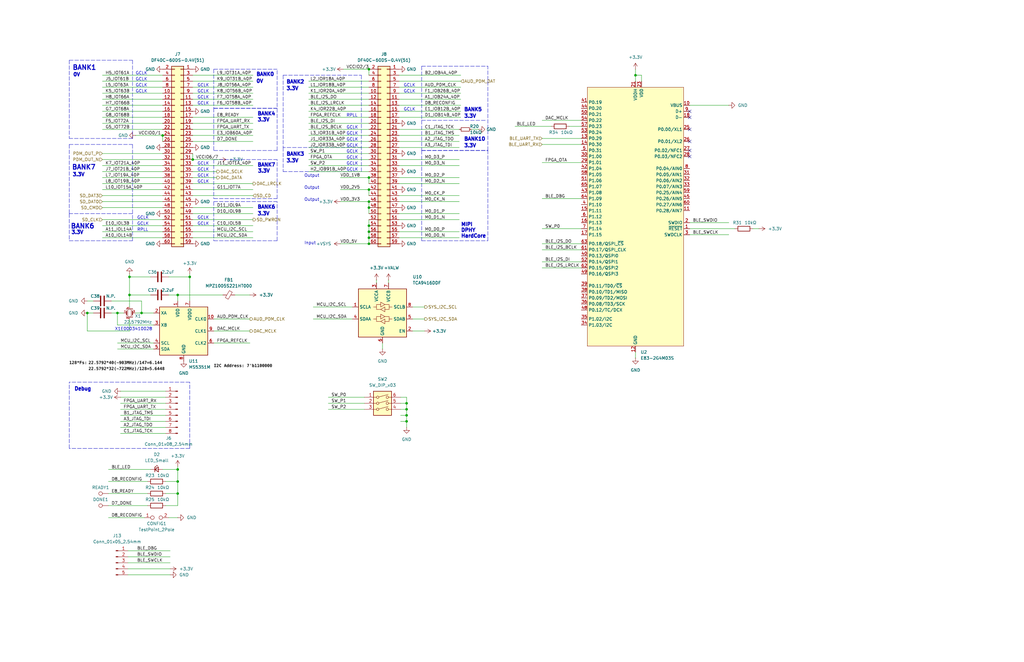
<source format=kicad_sch>
(kicad_sch (version 20250114) (generator "eeschema") (generator_version "9.0")
  (paper "B")
  (text "GCLK" (at 83.185 92.71 0) (effects (font (size 1.27 1.27)) (justify left bottom)))
  (text "GCLK" (at 146.05 62.23 0) (effects (font (size 1.27 1.27)) (justify left bottom)))
  (text "GCLK" (at 146.05 69.85 0) (effects (font (size 1.27 1.27)) (justify left bottom)))
  (text "BANK6" (at 29.718 96.774 0) (effects (font (size 2 2) (thickness 0.4) (bold yes)) (justify left bottom)))
  (text "GCLK" (at 83.185 77.47 0) (effects (font (size 1.27 1.27)) (justify left bottom)))
  (text "RPLL" (at 146.05 49.53 0) (effects (font (size 1.27 1.27)) (justify left bottom)))
  (text "BANK2" (at 120.65 35.56 0) (effects (font (size 1.5 1.5) (thickness 0.4) (bold yes)) (justify left bottom)))
  (text "22.5792*32(~722MHz)/128=5.6448" (at 37.338 156.21 0) (effects (font (size 1.27 1.27) (thickness 0.508) (bold yes)) (justify left)))
  (text "Debug" (at 31.242 165.1 0) (effects (font (size 1.5 1.5) (thickness 0.4) (bold yes)) (justify left bottom)))
  (text "GCLK" (at 57.15 36.83 0) (effects (font (size 1.27 1.27)) (justify left bottom)))
  (text "3.3V" (at 195.58 50.038 0) (effects (font (size 1.5 1.5) (thickness 0.4) (bold yes)) (justify left bottom)))
  (text "GCLK" (at 83.185 36.83 0) (effects (font (size 1.27 1.27)) (justify left bottom)))
  (text "3.3V" (at 108.458 51.562 0) (effects (font (size 1.5 1.5) (thickness 0.4) (bold yes)) (justify left bottom)))
  (text "BANK10" (at 195.58 59.69 0) (effects (font (size 1.5 1.5) (thickness 0.4) (bold yes)) (justify left bottom)))
  (text "MIPI\nDPHY\nHardCore" (at 194.31 100.584 0) (effects (font (size 1.5 1.5) (thickness 0.4) (bold yes)) (justify left bottom)))
  (text "GCLK" (at 146.05 72.39 0) (effects (font (size 1.27 1.27)) (justify left bottom)))
  (text "BANK4" (at 108.458 49.022 0) (effects (font (size 1.5 1.5) (thickness 0.4) (bold yes)) (justify left bottom)))
  (text "BANK5" (at 195.58 47.244 0) (effects (font (size 1.5 1.5) (thickness 0.4) (bold yes)) (justify left bottom)))
  (text "GCLK" (at 57.15 39.37 0) (effects (font (size 1.27 1.27)) (justify left bottom)))
  (text "GCLK" (at 170.18 46.99 0) (effects (font (size 1.27 1.27)) (justify left bottom)))
  (text "X1E0003410028" (at 64.262 138.938 0) (effects (font (size 1.27 1.27)) (justify right)))
  (text "GCLK" (at 146.05 59.69 0) (effects (font (size 1.27 1.27)) (justify left bottom)))
  (text "GCLK" (at 170.18 39.37 0) (effects (font (size 1.27 1.27)) (justify left bottom)))
  (text "GCLK" (at 146.05 67.31 0) (effects (font (size 1.27 1.27)) (justify left bottom)))
  (text "Input" (at 128.27 103.378 0) (effects (font (size 1.27 1.27)) (justify left bottom)))
  (text "Output" (at 128.27 85.09 0) (effects (font (size 1.27 1.27)) (justify left bottom)))
  (text "GCLK" (at 83.185 44.45 0) (effects (font (size 1.27 1.27)) (justify left bottom)))
  (text "GCLK" (at 57.785 95.25 0) (effects (font (size 1.27 1.27)) (justify left bottom)))
  (text "BANK7" (at 30.226 71.882 0) (effects (font (size 2 2) (thickness 0.4) (bold yes)) (justify left bottom)))
  (text "GCLK" (at 170.18 36.83 0) (effects (font (size 1.27 1.27)) (justify left bottom)))
  (text "3.3V" (at 108.585 73.152 0) (effects (font (size 1.5 1.5) (thickness 0.4) (bold yes)) (justify left bottom)))
  (text "I2C Address: 7'b1100000" (at 90.17 154.94 0) (effects (font (size 1.27 1.27) (thickness 0.508) (bold yes)) (justify left)))
  (text "3.3V" (at 108.458 91.186 0) (effects (font (size 1.5 1.5) (thickness 0.4) (bold yes)) (justify left bottom)))
  (text "GCLK" (at 57.15 31.75 0) (effects (font (size 1.27 1.27)) (justify left bottom)))
  (text "Output" (at 128.27 80.01 0) (effects (font (size 1.27 1.27)) (justify left bottom)))
  (text "RPLL" (at 57.785 97.79 0) (effects (font (size 1.27 1.27)) (justify left bottom)))
  (text "128*Fs:" (at 29.21 153.67 0) (effects (font (size 1.27 1.27) (thickness 0.508) (bold yes)) (justify left)))
  (text "GCLK" (at 83.185 74.93 0) (effects (font (size 1.27 1.27)) (justify left bottom)))
  (text "3.3V" (at 195.58 62.484 0) (effects (font (size 1.5 1.5) (thickness 0.4) (bold yes)) (justify left bottom)))
  (text "0V" (at 30.734 32.512 0) (effects (font (size 1.5 1.5) (thickness 0.4) (bold yes)) (justify left bottom)))
  (text "3.3V" (at 120.65 38.354 0) (effects (font (size 1.5 1.5) (thickness 0.4) (bold yes)) (justify left bottom)))
  (text "GCLK" (at 57.785 92.71 0) (effects (font (size 1.27 1.27)) (justify left bottom)))
  (text "GCLK" (at 57.15 34.29 0) (effects (font (size 1.27 1.27)) (justify left bottom)))
  (text "GCLK" (at 146.05 57.15 0) (effects (font (size 1.27 1.27)) (justify left bottom)))
  (text "GCLK" (at 83.185 69.85 0) (effects (font (size 1.27 1.27)) (justify left bottom)))
  (text "GCLK" (at 146.05 64.77 0) (effects (font (size 1.27 1.27)) (justify left bottom)))
  (text "BANK1" (at 30.48 29.845 0) (effects (font (size 2 2) (thickness 0.4) (bold yes)) (justify left bottom)))
  (text "22.5792*40(~903MHz)/147=6.144" (at 37.338 153.67 0) (effects (font (size 1.27 1.27) (thickness 0.508) (bold yes)) (justify left)))
  (text "GCLK" (at 83.185 39.37 0) (effects (font (size 1.27 1.27)) (justify left bottom)))
  (text "BANK7" (at 108.458 70.612 0) (effects (font (size 1.5 1.5) (thickness 0.4) (bold yes)) (justify left bottom)))
  (text "3.3V" (at 30.48 74.676 0) (effects (font (size 1.5 1.5) (thickness 0.4) (bold yes)) (justify left bottom)))
  (text "BANK3" (at 120.65 66.04 0) (effects (font (size 1.5 1.5) (thickness 0.4) (bold yes)) (justify left bottom)))
  (text "3.3V" (at 29.972 99.06 0) (effects (font (size 1.5 1.5) (thickness 0.4) (bold yes)) (justify left bottom)))
  (text "GCLK" (at 83.185 41.91 0) (effects (font (size 1.27 1.27)) (justify left bottom)))
  (text "BANK6" (at 108.458 88.392 0) (effects (font (size 1.5 1.5) (thickness 0.4) (bold yes)) (justify left bottom)))
  (text "Output" (at 128.27 74.93 0) (effects (font (size 1.27 1.27)) (justify left bottom)))
  (text "3.3V" (at 120.65 68.834 0) (effects (font (size 1.5 1.5) (thickness 0.4) (bold yes)) (justify left bottom)))
  (text "GCLK" (at 83.185 95.25 0) (effects (font (size 1.27 1.27)) (justify left bottom)))
  (text "BANK0" (at 107.95 32.385 0) (effects (font (size 1.5 1.5) (thickness 0.4) (bold yes)) (justify left bottom)))
  (text "GCLK" (at 83.185 72.39 0) (effects (font (size 1.27 1.27)) (justify left bottom)))
  (text "GCLK" (at 146.05 54.61 0) (effects (font (size 1.27 1.27)) (justify left bottom)))
  (text "0V" (at 107.95 35.306 0) (effects (font (size 1.5 1.5) (thickness 0.4) (bold yes)) (justify left bottom)))
  (junction (at 171.45 172.72))
  (junction (at 171.45 170.18))
  (junction (at 155.575 80.01))
  (junction (at 54.61 124.46))
  (junction (at 74.93 124.46))
  (junction (at 155.575 87.63))
  (junction (at 155.575 85.09))
  (junction (at 155.575 29.21))
  (junction (at 54.61 116.84))
  (junction (at 68.58 57.15))
  (junction (at 155.575 102.87))
  (junction (at 74.93 208.28))
  (junction (at 171.45 175.26))
  (junction (at 155.575 100.33))
  (junction (at 171.45 177.8))
  (junction (at 81.28 67.31))
  (junction (at 59.69 132.08))
  (junction (at 155.575 74.93))
  (junction (at 74.93 203.2))
  (junction (at 155.575 95.25))
  (junction (at 80.01 116.84))
  (junction (at 74.93 198.12))
  (junction (at 49.53 132.08))
  (junction (at 36.83 132.08))
  (junction (at 267.97 31.75))
  (junction (at 155.575 97.79))
  (no_connect (at 290.83 59.69))
  (no_connect (at 290.83 66.04))
  (no_connect (at 290.83 46.99))
  (no_connect (at 290.83 54.61))
  (no_connect (at 290.83 63.5))
  (no_connect (at 290.83 49.53))
  (wire (pts (xy 46.99 132.08) (xy 49.53 132.08)))
  (wire (pts (xy 168.91 170.18) (xy 171.45 170.18)))
  (wire (pts (xy 81.28 54.61) (xy 106.68 54.61)))
  (wire (pts (xy 168.91 172.72) (xy 171.45 172.72)))
  (wire (pts (xy 74.93 124.46) (xy 93.98 124.46)))
  (wire (pts (xy 43.18 92.71) (xy 68.58 92.71)))
  (wire (pts (xy 45.72 203.2) (xy 62.23 203.2)))
  (wire (pts (xy 228.6 60.96) (xy 245.11 60.96)))
  (wire (pts (xy 158.75 118.11) (xy 158.75 119.38)))
  (wire (pts (xy 290.83 93.98) (xy 307.34 93.98)))
  (polyline (pts (xy 90.17 45.72) (xy 116.84 45.72)) (stroke (width 0) (type dash)))
  (wire (pts (xy 130.175 62.23) (xy 155.575 62.23)))
  (wire (pts (xy 69.85 208.28) (xy 74.93 208.28)))
  (wire (pts (xy 53.975 237.49) (xy 71.755 237.49)))
  (wire (pts (xy 267.97 31.75) (xy 267.97 34.29)))
  (wire (pts (xy 36.83 127) (xy 39.37 127)))
  (wire (pts (xy 168.275 97.79) (xy 193.675 97.79)))
  (wire (pts (xy 54.61 139.7) (xy 36.83 139.7)))
  (wire (pts (xy 168.275 69.85) (xy 193.675 69.85)))
  (wire (pts (xy 71.755 240.03) (xy 53.975 240.03)))
  (wire (pts (xy 168.275 100.33) (xy 193.675 100.33)))
  (wire (pts (xy 43.18 100.33) (xy 68.58 100.33)))
  (wire (pts (xy 50.8 180.34) (xy 69.85 180.34)))
  (polyline (pts (xy 29.21 189.23) (xy 29.21 161.29)) (stroke (width 0) (type dash)))
  (wire (pts (xy 81.28 44.45) (xy 106.68 44.45)))
  (polyline (pts (xy 55.88 60.96) (xy 55.88 90.17)) (stroke (width 0) (type dash)))
  (wire (pts (xy 81.28 74.93) (xy 91.44 74.93)))
  (polyline (pts (xy 177.8 63.5) (xy 205.74 63.5)) (stroke (width 0) (type dash)))
  (polyline (pts (xy 116.84 63.5) (xy 116.84 45.72)) (stroke (width 0) (type dash)))
  (polyline (pts (xy 55.88 25.4) (xy 55.88 58.42)) (stroke (width 0) (type dash)))
  (wire (pts (xy 81.28 69.85) (xy 106.68 69.85)))
  (wire (pts (xy 153.67 172.72) (xy 138.43 172.72)))
  (wire (pts (xy 155.575 92.71) (xy 155.575 95.25)))
  (wire (pts (xy 43.18 80.01) (xy 68.58 80.01)))
  (wire (pts (xy 194.31 49.53) (xy 168.275 49.53)))
  (wire (pts (xy 228.6 96.52) (xy 245.11 96.52)))
  (wire (pts (xy 49.53 132.08) (xy 52.07 132.08)))
  (wire (pts (xy 54.61 124.46) (xy 54.61 129.54)))
  (wire (pts (xy 155.575 100.33) (xy 155.575 102.87)))
  (wire (pts (xy 59.69 127) (xy 59.69 132.08)))
  (wire (pts (xy 168.91 167.64) (xy 171.45 167.64)))
  (wire (pts (xy 168.91 177.8) (xy 171.45 177.8)))
  (wire (pts (xy 173.99 134.62) (xy 179.07 134.62)))
  (polyline (pts (xy 116.84 45.085) (xy 116.84 29.21)) (stroke (width 0) (type dash)))
  (wire (pts (xy 74.93 213.36) (xy 74.93 208.28)))
  (polyline (pts (xy 119.38 31.75) (xy 119.38 62.23)) (stroke (width 0) (type dash)))
  (wire (pts (xy 57.15 57.15) (xy 68.58 57.15)))
  (wire (pts (xy 46.99 127) (xy 59.69 127)))
  (polyline (pts (xy 90.17 29.21) (xy 90.17 45.72)) (stroke (width 0) (type dash)))
  (wire (pts (xy 168.275 59.69) (xy 193.675 59.69)))
  (wire (pts (xy 71.12 116.84) (xy 80.01 116.84)))
  (wire (pts (xy 240.03 53.34) (xy 245.11 53.34)))
  (wire (pts (xy 50.8 170.18) (xy 69.85 170.18)))
  (polyline (pts (xy 116.84 83.82) (xy 116.84 67.31)) (stroke (width 0) (type dash)))
  (polyline (pts (xy 90.17 45.72) (xy 116.84 45.72)) (stroke (width 0) (type dash)))
  (wire (pts (xy 50.8 172.72) (xy 69.85 172.72)))
  (wire (pts (xy 144.78 29.21) (xy 155.575 29.21)))
  (wire (pts (xy 45.72 198.12) (xy 63.5 198.12)))
  (wire (pts (xy 74.93 208.28) (xy 74.93 203.2)))
  (polyline (pts (xy 29.21 25.4) (xy 29.21 58.42)) (stroke (width 0) (type dash)))
  (wire (pts (xy 153.67 170.18) (xy 138.43 170.18)))
  (wire (pts (xy 43.18 72.39) (xy 68.58 72.39)))
  (wire (pts (xy 143.51 80.01) (xy 155.575 80.01)))
  (wire (pts (xy 270.51 31.75) (xy 270.51 34.29)))
  (wire (pts (xy 71.12 218.44) (xy 74.93 218.44)))
  (polyline (pts (xy 90.17 63.5) (xy 116.84 63.5)) (stroke (width 0) (type dash)))
  (wire (pts (xy 173.99 129.54) (xy 179.07 129.54)))
  (wire (pts (xy 43.18 74.93) (xy 68.58 74.93)))
  (wire (pts (xy 194.31 39.37) (xy 168.275 39.37)))
  (wire (pts (xy 54.61 134.62) (xy 54.61 139.7)))
  (wire (pts (xy 168.275 85.09) (xy 193.675 85.09)))
  (wire (pts (xy 290.83 99.06) (xy 307.34 99.06)))
  (wire (pts (xy 130.175 34.29) (xy 155.575 34.29)))
  (wire (pts (xy 43.18 52.07) (xy 68.58 52.07)))
  (wire (pts (xy 45.72 218.44) (xy 60.96 218.44)))
  (wire (pts (xy 43.18 82.55) (xy 68.58 82.55)))
  (polyline (pts (xy 55.88 101.6) (xy 55.88 90.17)) (stroke (width 0) (type dash)))
  (wire (pts (xy 130.175 59.69) (xy 155.575 59.69)))
  (wire (pts (xy 81.28 87.63) (xy 106.68 87.63)))
  (polyline (pts (xy 119.38 72.39) (xy 151.765 72.39)) (stroke (width 0) (type dash)))
  (wire (pts (xy 228.6 102.87) (xy 245.11 102.87)))
  (wire (pts (xy 81.28 31.75) (xy 106.68 31.75)))
  (polyline (pts (xy 90.17 29.21) (xy 116.84 29.21)) (stroke (width 0) (type dash)))
  (wire (pts (xy 171.45 167.64) (xy 171.45 170.18)))
  (wire (pts (xy 43.18 34.29) (xy 68.58 34.29)))
  (wire (pts (xy 81.28 57.15) (xy 106.68 57.15)))
  (wire (pts (xy 228.6 105.41) (xy 245.11 105.41)))
  (wire (pts (xy 228.6 50.8) (xy 245.11 50.8)))
  (wire (pts (xy 81.28 97.79) (xy 106.68 97.79)))
  (wire (pts (xy 81.28 39.37) (xy 106.68 39.37)))
  (wire (pts (xy 74.93 196.85) (xy 74.93 198.12)))
  (wire (pts (xy 50.8 165.1) (xy 69.85 165.1)))
  (polyline (pts (xy 152.4 72.39) (xy 152.4 62.23)) (stroke (width 0) (type dash)))
  (wire (pts (xy 49.53 137.16) (xy 49.53 132.08)))
  (wire (pts (xy 228.6 83.82) (xy 245.11 83.82)))
  (wire (pts (xy 49.53 147.32) (xy 64.77 147.32)))
  (wire (pts (xy 80.01 116.84) (xy 80.01 127)))
  (polyline (pts (xy 29.21 101.6) (xy 55.88 101.6)) (stroke (width 0) (type dash)))
  (wire (pts (xy 168.275 67.31) (xy 193.675 67.31)))
  (wire (pts (xy 74.93 124.46) (xy 74.93 127)))
  (wire (pts (xy 194.31 44.45) (xy 168.275 44.45)))
  (polyline (pts (xy 177.8 63.5) (xy 177.8 101.6)) (stroke (width 0) (type dash)))
  (wire (pts (xy 155.575 85.09) (xy 155.575 87.63)))
  (wire (pts (xy 50.8 182.88) (xy 69.85 182.88)))
  (wire (pts (xy 194.31 41.91) (xy 168.275 41.91)))
  (polyline (pts (xy 90.17 101.6) (xy 116.84 101.6)) (stroke (width 0) (type dash)))
  (wire (pts (xy 53.975 234.95) (xy 71.755 234.95)))
  (wire (pts (xy 130.175 44.45) (xy 155.575 44.45)))
  (wire (pts (xy 43.18 44.45) (xy 68.58 44.45)))
  (wire (pts (xy 155.575 74.93) (xy 155.575 77.47)))
  (wire (pts (xy 290.83 96.52) (xy 309.88 96.52)))
  (wire (pts (xy 81.28 100.33) (xy 106.68 100.33)))
  (wire (pts (xy 130.175 69.85) (xy 155.575 69.85)))
  (wire (pts (xy 168.275 62.23) (xy 193.675 62.23)))
  (wire (pts (xy 71.755 242.57) (xy 53.975 242.57)))
  (wire (pts (xy 171.45 175.26) (xy 171.45 177.8)))
  (wire (pts (xy 171.45 177.8) (xy 171.45 180.34)))
  (wire (pts (xy 81.28 64.77) (xy 81.28 67.31)))
  (wire (pts (xy 54.61 115.57) (xy 54.61 116.84)))
  (wire (pts (xy 50.8 175.26) (xy 69.85 175.26)))
  (wire (pts (xy 173.99 139.7) (xy 179.07 139.7)))
  (wire (pts (xy 36.83 139.7) (xy 36.83 132.08)))
  (polyline (pts (xy 177.8 27.94) (xy 205.74 27.94)) (stroke (width 0) (type dash)))
  (wire (pts (xy 130.175 72.39) (xy 155.575 72.39)))
  (polyline (pts (xy 177.8 50.8) (xy 205.105 50.8)) (stroke (width 0) (type dash)))
  (polyline (pts (xy 90.17 67.31) (xy 116.84 67.31)) (stroke (width 0) (type dash)))
  (wire (pts (xy 99.06 124.46) (xy 105.41 124.46)))
  (wire (pts (xy 168.275 54.61) (xy 193.675 54.61)))
  (wire (pts (xy 43.18 39.37) (xy 68.58 39.37)))
  (wire (pts (xy 228.6 58.42) (xy 245.11 58.42)))
  (wire (pts (xy 105.41 134.62) (xy 90.17 134.62)))
  (wire (pts (xy 155.575 29.21) (xy 155.575 31.75)))
  (wire (pts (xy 64.77 137.16) (xy 49.53 137.16)))
  (wire (pts (xy 168.275 74.93) (xy 193.675 74.93)))
  (wire (pts (xy 54.61 116.84) (xy 54.61 124.46)))
  (polyline (pts (xy 29.21 60.96) (xy 55.88 60.96)) (stroke (width 0) (type dash)))
  (wire (pts (xy 130.175 41.91) (xy 155.575 41.91)))
  (wire (pts (xy 228.6 110.49) (xy 245.11 110.49)))
  (wire (pts (xy 59.69 132.08) (xy 64.77 132.08)))
  (wire (pts (xy 81.28 41.91) (xy 106.68 41.91)))
  (wire (pts (xy 155.575 80.01) (xy 155.575 82.55)))
  (wire (pts (xy 43.18 69.85) (xy 68.58 69.85)))
  (wire (pts (xy 54.61 116.84) (xy 63.5 116.84)))
  (polyline (pts (xy 29.21 60.96) (xy 29.21 90.17)) (stroke (width 0) (type dash)))
  (polyline (pts (xy 90.17 85.09) (xy 90.17 101.6)) (stroke (width 0) (type dash)))
  (polyline (pts (xy 90.17 67.31) (xy 90.17 83.82)) (stroke (width 0) (type dash)))
  (wire (pts (xy 163.83 118.11) (xy 163.83 119.38)))
  (polyline (pts (xy 29.21 90.17) (xy 29.21 101.6)) (stroke (width 0) (type dash)))
  (wire (pts (xy 130.175 57.15) (xy 155.575 57.15)))
  (wire (pts (xy 57.15 132.08) (xy 59.69 132.08)))
  (wire (pts (xy 161.29 147.32) (xy 161.29 144.78)))
  (wire (pts (xy 45.72 213.36) (xy 62.23 213.36)))
  (polyline (pts (xy 55.88 58.42) (xy 29.21 58.42)) (stroke (width 0) (type dash)))
  (wire (pts (xy 81.28 49.53) (xy 106.68 49.53)))
  (polyline (pts (xy 29.21 25.4) (xy 55.88 25.4)) (stroke (width 0) (type dash)))
  (wire (pts (xy 54.61 124.46) (xy 63.5 124.46)))
  (wire (pts (xy 267.97 31.75) (xy 270.51 31.75)))
  (wire (pts (xy 228.6 113.03) (xy 245.11 113.03)))
  (wire (pts (xy 43.18 85.09) (xy 68.58 85.09)))
  (wire (pts (xy 81.28 59.69) (xy 106.68 59.69)))
  (polyline (pts (xy 80.01 161.29) (xy 29.21 161.29)) (stroke (width 0) (type dash)))
  (wire (pts (xy 43.18 64.77) (xy 68.58 64.77)))
  (wire (pts (xy 130.175 46.99) (xy 155.575 46.99)))
  (wire (pts (xy 132.08 129.54) (xy 148.59 129.54)))
  (polyline (pts (xy 177.8 101.6) (xy 205.74 101.6)) (stroke (width 0) (type dash)))
  (wire (pts (xy 36.83 132.08) (xy 39.37 132.08)))
  (wire (pts (xy 81.28 95.25) (xy 106.68 95.25)))
  (polyline (pts (xy 90.17 45.72) (xy 90.17 63.5)) (stroke (width 0) (type dash)))
  (wire (pts (xy 267.97 29.21) (xy 267.97 31.75)))
  (wire (pts (xy 49.53 144.78) (xy 64.77 144.78)))
  (wire (pts (xy 74.93 198.12) (xy 74.93 203.2)))
  (wire (pts (xy 194.31 34.29) (xy 168.275 34.29)))
  (wire (pts (xy 43.18 87.63) (xy 68.58 87.63)))
  (wire (pts (xy 198.755 54.61) (xy 201.93 54.61)))
  (wire (pts (xy 155.575 87.63) (xy 155.575 90.17)))
  (polyline (pts (xy 152.4 62.23) (xy 119.38 62.23)) (stroke (width 0) (type dash)))
  (wire (pts (xy 43.18 49.53) (xy 68.58 49.53)))
  (polyline (pts (xy 205.74 101.6) (xy 205.74 63.5)) (stroke (width 0) (type dash)))
  (polyline (pts (xy 119.38 31.75) (xy 152.4 31.75)) (stroke (width 0) (type dash)))
  (wire (pts (xy 81.28 52.07) (xy 106.68 52.07)))
  (wire (pts (xy 43.18 67.31) (xy 68.58 67.31)))
  (wire (pts (xy 155.575 97.79) (xy 155.575 100.33)))
  (polyline (pts (xy 177.8 27.94) (xy 177.8 63.5)) (stroke (width 0) (type dash)))
  (wire (pts (xy 43.18 95.25) (xy 68.58 95.25)))
  (polyline (pts (xy 55.88 90.17) (xy 29.21 90.17)) (stroke (width 0) (type dash)))
  (wire (pts (xy 267.97 148.59) (xy 267.97 151.13)))
  (wire (pts (xy 53.975 232.41) (xy 71.755 232.41)))
  (wire (pts (xy 130.175 54.61) (xy 155.575 54.61)))
  (wire (pts (xy 81.28 67.31) (xy 92.71 67.31)))
  (wire (pts (xy 68.58 57.15) (xy 68.58 59.69)))
  (wire (pts (xy 74.93 203.2) (xy 69.85 203.2)))
  (polyline (pts (xy 80.01 189.23) (xy 80.01 161.29)) (stroke (width 0) (type dash)))
  (wire (pts (xy 43.18 54.61) (xy 68.58 54.61)))
  (wire (pts (xy 143.51 102.87) (xy 155.575 102.87)))
  (wire (pts (xy 81.28 92.71) (xy 106.68 92.71)))
  (polyline (pts (xy 205.74 63.5) (xy 205.74 27.94)) (stroke (width 0) (type dash)))
  (wire (pts (xy 105.41 144.78) (xy 90.17 144.78)))
  (wire (pts (xy 50.8 167.64) (xy 69.85 167.64)))
  (wire (pts (xy 68.58 198.12) (xy 74.93 198.12)))
  (wire (pts (xy 81.28 77.47) (xy 106.68 77.47)))
  (wire (pts (xy 81.28 80.01) (xy 106.68 80.01)))
  (wire (pts (xy 228.6 68.58) (xy 245.11 68.58)))
  (wire (pts (xy 130.175 64.77) (xy 155.575 64.77)))
  (wire (pts (xy 43.18 97.79) (xy 68.58 97.79)))
  (polyline (pts (xy 152.4 31.75) (xy 152.4 62.23)) (stroke (width 0) (type dash)))
  (wire (pts (xy 130.175 39.37) (xy 155.575 39.37)))
  (wire (pts (xy 155.575 95.25) (xy 155.575 97.79)))
  (polyline (pts (xy 90.17 85.09) (xy 116.84 85.09)) (stroke (width 0) (type dash)))
  (wire (pts (xy 81.28 36.83) (xy 106.68 36.83)))
  (wire (pts (xy 81.28 34.29) (xy 106.68 34.29)))
  (wire (pts (xy 171.45 170.18) (xy 171.45 172.72)))
  (wire (pts (xy 168.275 82.55) (xy 193.675 82.55)))
  (wire (pts (xy 130.175 67.31) (xy 155.575 67.31)))
  (wire (pts (xy 143.51 85.09) (xy 155.575 85.09)))
  (wire (pts (xy 81.28 90.17) (xy 106.68 90.17)))
  (polyline (pts (xy 177.8 63.5) (xy 205.74 63.5)) (stroke (width 0) (type dash)))
  (wire (pts (xy 130.175 52.07) (xy 155.575 52.07)))
  (wire (pts (xy 168.275 90.17) (xy 193.675 90.17)))
  (wire (pts (xy 132.08 134.62) (xy 148.59 134.62)))
  (wire (pts (xy 168.275 77.47) (xy 193.675 77.47)))
  (wire (pts (xy 130.175 49.53) (xy 155.575 49.53)))
  (wire (pts (xy 43.18 31.75) (xy 68.58 31.75)))
  (wire (pts (xy 43.18 77.47) (xy 68.58 77.47)))
  (wire (pts (xy 168.275 57.15) (xy 193.675 57.15)))
  (wire (pts (xy 43.18 41.91) (xy 68.58 41.91)))
  (wire (pts (xy 43.18 36.83) (xy 68.58 36.83)))
  (wire (pts (xy 143.51 74.93) (xy 155.575 74.93)))
  (wire (pts (xy 130.175 36.83) (xy 155.575 36.83)))
  (polyline (pts (xy 80.01 189.23) (xy 29.21 189.23)) (stroke (width 0) (type dash)))
  (wire (pts (xy 194.31 36.83) (xy 168.275 36.83)))
  (wire (pts (xy 81.28 82.55) (xy 106.68 82.55)))
  (polyline (pts (xy 116.84 101.6) (xy 116.84 85.09)) (stroke (width 0) (type dash)))
  (wire (pts (xy 168.91 175.26) (xy 171.45 175.26)))
  (polyline (pts (xy 119.38 62.23) (xy 119.38 72.39)) (stroke (width 0) (type dash)))
  (wire (pts (xy 317.5 96.52) (xy 320.04 96.52)))
  (polyline (pts (xy 90.17 83.82) (xy 116.84 83.82)) (stroke (width 0) (type dash)))
  (wire (pts (xy 80.01 115.57) (xy 80.01 116.84)))
  (wire (pts (xy 71.12 124.46) (xy 74.93 124.46)))
  (wire (pts (xy 217.17 53.34) (xy 232.41 53.34)))
  (wire (pts (xy 290.83 44.45) (xy 307.34 44.45)))
  (wire (pts (xy 69.85 213.36) (xy 74.93 213.36)))
  (wire (pts (xy 168.275 92.71) (xy 193.675 92.71)))
  (wire (pts (xy 194.31 46.99) (xy 168.275 46.99)))
  (wire (pts (xy 50.8 177.8) (xy 69.85 177.8)))
  (wire (pts (xy 194.31 31.75) (xy 168.275 31.75)))
  (wire (pts (xy 43.18 46.99) (xy 68.58 46.99)))
  (wire (pts (xy 171.45 172.72) (xy 171.45 175.26)))
  (wire (pts (xy 81.28 72.39) (xy 91.44 72.39)))
  (wire (pts (xy 153.67 167.64) (xy 138.43 167.64)))
  (wire (pts (xy 45.72 208.28) (xy 62.23 208.28)))
  (wire (pts (xy 105.41 139.7) (xy 90.17 139.7)))
  (label "H8_IOT66A" (at 44.45 41.91 0))
  (label "FPGA_OTA" (at 130.81 67.31 0))
  (label "VCCIO6{slash}7" (at 82.55 67.31 0))
  (label "FPGA_UART_TX" (at 91.44 54.61 0))
  (label "BLE_DBG" (at 229.87 83.82 0))
  (label "A11_IOL14A" (at 44.45 97.79 0))
  (label "G11_IOT7A" (at 91.44 80.01 0))
  (label "VDD_1V8" (at 143.51 74.93 0))
  (label "BLE_I2S_BCLK" (at 229.87 105.41 0))
  (label "B1_JTAG_TMS" (at 52.07 175.26 0))
  (label "SW_P1" (at 139.7 170.18 0))
  (label "A2_JTAG_TDO" (at 52.07 180.34 0))
  (label "M0_CK_N" (at 179.07 85.09 0))
  (label "D1_IOB14B_40P" (at 179.07 49.53 0))
  (label "SW_P0" (at 139.7 167.64 0))
  (label "SW_P2" (at 130.81 69.85 0))
  (label "E10_IOL3B" (at 44.45 95.25 0))
  (label "L8_IOT19B_40P" (at 44.45 77.47 0))
  (label "L10_IOT15A_40P" (at 44.45 80.01 0))
  (label "FPGA_UART_RX" (at 91.44 52.07 0))
  (label "DAC_MCLK" (at 229.87 50.8 0))
  (label "M0_D2_P" (at 179.07 74.93 0))
  (label "SW_P1" (at 130.81 64.77 0))
  (label "D8_RECONFIG" (at 179.07 44.45 0))
  (label "FPGA_REFCLK" (at 91.44 144.78 0))
  (label "BLE_I2S_DI" (at 229.87 110.49 0))
  (label "L3_IOR31B_40P" (at 130.81 57.15 0))
  (label "D10_IOL9B" (at 91.44 90.17 0))
  (label "A3_JTAG_TDI" (at 52.07 177.8 0))
  (label "AUD_PDM_CLK" (at 179.07 36.83 0))
  (label "FPGA_UART_TX" (at 52.07 172.72 0))
  (label "A2_JTAG_TDO" (at 179.07 59.69 0))
  (label "FPGA_OTA" (at 229.87 68.58 0))
  (label "F7_IOT58A_40P" (at 91.44 41.91 0))
  (label "J7_IOT21B_40P" (at 44.45 72.39 0))
  (label "H2_IOB91B_40P" (at 130.81 72.39 0))
  (label "M0_D3_P" (at 179.07 67.31 0))
  (label "J1_IOR33A_40P" (at 130.81 59.69 0))
  (label "BLE_SWCLK" (at 57.785 237.49 0))
  (label "B1_JTAG_TMS" (at 179.07 57.15 0))
  (label "F5_IOT72A" (at 44.45 52.07 0))
  (label "MCU_I2C_SCL" (at 133.35 129.54 0))
  (label "L1_IOR18B_40P" (at 130.81 36.83 0))
  (label "D11_IOL9A" (at 91.44 87.63 0))
  (label "G5_IOT72B" (at 44.45 54.61 0))
  (label "SW_P0" (at 229.87 96.52 0))
  (label "E8_READY" (at 91.44 49.53 0))
  (label "MCU_I2C_SDA" (at 91.44 100.33 0))
  (label "C1_JTAG_TCK" (at 179.07 54.61 0))
  (label "L9_IOT31A_40P" (at 91.44 31.75 0))
  (label "BLE_I2S_DO" (at 229.87 102.87 0))
  (label "L5_IOT63A" (at 44.45 36.83 0))
  (label "M0_D3_N" (at 179.07 69.85 0))
  (label "K5_IOT63B" (at 44.45 39.37 0))
  (label "M0_D2_N" (at 179.07 77.47 0))
  (label "F1_IOB26B_40P" (at 179.07 39.37 0))
  (label "BLE_SWCLK" (at 292.1 99.06 0))
  (label "BLE_LED" (at 46.99 198.12 0))
  (label "BLE_I2S_LRCLK" (at 130.81 44.45 0))
  (label "D7_DONE" (at 46.99 213.36 0))
  (label "FPGA_REFCLK" (at 130.81 49.53 0))
  (label "MCU_I2C_SCL" (at 50.8 144.78 0))
  (label "MCU_I2C_SDA" (at 133.35 134.62 0))
  (label "K1_IOR20A_40P" (at 130.81 39.37 0))
  (label "M0_D0_P" (at 179.07 97.79 0))
  (label "VDD_3V3" (at 143.51 85.09 0))
  (label "D8_RECONFIG" (at 46.99 218.44 0))
  (label "AUD_PDM_CLK" (at 91.44 134.62 0))
  (label "L7_IOT19A_40P" (at 44.45 74.93 0))
  (label "BLE_I2S_BCLK" (at 130.81 54.61 0))
  (label "BLE_DBG" (at 57.785 232.41 0))
  (label "M0_D1_P" (at 179.07 90.17 0))
  (label "SW_P2" (at 139.7 172.72 0))
  (label "H7_IOT66B" (at 44.45 44.45 0))
  (label "A3_JTAG_TDI" (at 179.07 62.23 0))
  (label "VCCIO0{slash}1" (at 58.42 57.15 0))
  (label "B2_IOB4A_40P" (at 179.07 31.75 0))
  (label "E1_IOB12B_40P" (at 179.07 46.99 0))
  (label "VDD_5V" (at 143.51 102.87 0))
  (label "E8_READY" (at 46.99 208.28 0))
  (label "C1_JTAG_TCK" (at 52.07 182.88 0))
  (label "K7_IOT21A_40P" (at 44.45 69.85 0))
  (label "BLE_SWDIO" (at 57.785 234.95 0))
  (label "A10_IOL14B" (at 44.45 100.33 0))
  (label "M0_CK_P" (at 179.07 82.55 0))
  (label "J8_IOT56A_40P" (at 91.44 36.83 0))
  (label "BLE_I2S_DO" (at 130.81 41.91 0))
  (label "VDD_2V5" (at 143.51 80.01 0))
  (label "M0_D1_N" (at 179.07 92.71 0))
  (label "A1_IOB24A_40P" (at 179.07 41.91 0))
  (label "K4_IOR22B_40P" (at 130.81 46.99 0))
  (label "J11_IOT1A_40P" (at 91.44 69.85 0))
  (label "H5_IOT61A" (at 44.45 31.75 0))
  (label "MCU_I2C_SCL" (at 91.44 97.79 0))
  (label "DAC_MCLK" (at 91.44 139.7 0))
  (label "K9_IOT31B_40P" (at 91.44 34.29 0))
  (label "E3_IOB60A_40P" (at 91.44 57.15 0))
  (label "K8_IOT56B_40P" (at 91.44 39.37 0))
  (label "G7_IOT68A" (at 44.45 46.99 0))
  (label "BLE_I2S_DI" (at 130.81 52.07 0))
  (label "C10_IOL5B" (at 91.44 95.25 0))
  (label "J2_IOR33B_40P" (at 130.81 62.23 0))
  (label "VCCIO2{slash}3" (at 146.05 29.21 0))
  (label "G8_IOT68B" (at 44.45 49.53 0))
  (label "M0_D0_N" (at 179.07 100.33 0))
  (label "L2_IOR18A_40P" (at 130.81 34.29 0))
  (label "FPGA_UART_RX" (at 52.07 170.18 0))
  (label "BLE_I2S_LRCLK" (at 229.87 113.03 0))
  (label "D8_RECONFIG" (at 46.99 203.2 0))
  (label "J5_IOT61B" (at 44.45 34.29 0))
  (label "BLE_LED" (at 217.805 53.34 0))
  (label "MCU_I2C_SDA" (at 50.8 147.32 0))
  (label "F6_IOT58B_40P" (at 91.44 44.45 0))
  (label "D7_DONE" (at 91.44 59.69 0))
  (label "BLE_SWDIO" (at 292.1 93.98 0))
  (hierarchical_label "PDM_OUT_N" (shape input) (at 43.18 67.31 180))
  (hierarchical_label "BLE_UART_RX" (shape input) (at 228.6 60.96 180))
  (hierarchical_label "SD_DAT0" (shape input) (at 43.18 85.09 180))
  (hierarchical_label "SYS_I2C_SDA" (shape output) (at 179.07 134.62 0))
  (hierarchical_label "BLE_UART_TX" (shape input) (at 228.6 58.42 180))
  (hierarchical_label "DAC_LRCLK" (shape output) (at 106.68 77.47 0))
  (hierarchical_label "SD_DAT3" (shape input) (at 43.18 82.55 180))
  (hierarchical_label "AUD_PDM_DAT" (shape input) (at 194.31 34.29 0))
  (hierarchical_label "DAC_DATA" (shape output) (at 91.44 74.93 0))
  (hierarchical_label "SD_PWRON" (shape output) (at 106.68 92.71 0))
  (hierarchical_label "DAC_MCLK" (shape output) (at 105.41 139.7 0))
  (hierarchical_label "SD_CMD" (shape input) (at 43.18 87.63 180))
  (hierarchical_label "PDM_OUT_P" (shape input) (at 43.18 64.77 180))
  (hierarchical_label "AUD_PDM_CLK" (shape output) (at 105.41 134.62 0))
  (hierarchical_label "SD_CLK" (shape input) (at 43.18 92.71 180))
  (hierarchical_label "SYS_I2C_SCL" (shape output) (at 179.07 129.54 0))
  (hierarchical_label "DAC_SCLK" (shape output) (at 91.44 72.39 0))
  (hierarchical_label "SD_CD" (shape input) (at 106.68 82.55 0))
  (symbol (lib_id "Device:LED_Small") (at 66.04 198.12 0) (unit 1)
    (property "Reference" "D2" (at 66.1035 191.77 0))
    (property "Value" "LED_Small" (at 66.1035 194.31 0))
    (property "Footprint" "Diode_SMD:D_0603_1608Metric" (effects (hide yes)))
    (property "Description" "Light emitting diode, small symbol" (effects (hide yes)))
    (property "Sim.Pin" "1=K 2=A" (effects (hide yes)))
  )
  (symbol (lib_id "power:GND") (at 36.83 127 270) (unit 1)
    (property "Reference" "#PWR0116" (effects (hide yes)))
    (property "Value" "GND" (at 33.02 126.9999 90) (effects (justify right)))
    (property "Description" "Power symbol creates a global label with name \"GND\" , ground" (effects (hide yes)))
  )
  (symbol (lib_id "Device:R") (at 66.04 203.2 90) (unit 1)
    (property "Reference" "R23" (at 63.246 200.66 90))
    (property "Value" "10kΩ" (at 68.834 200.66 90))
    (property "Footprint" "Resistor_SMD:R_0402_1005Metric" (effects (hide yes)))
    (property "Description" "Resistor" (effects (hide yes)))
  )
  (symbol (lib_id "power:GND") (at 57.15 57.15 270) (unit 1)
    (property "Reference" "#PWR089" (effects (hide yes)))
    (property "Value" "GND" (at 53.975 57.15 90) (effects (justify right)))
  )
  (symbol (lib_id "power:+3V3") (at 163.83 118.11 0) (unit 1)
    (property "Reference" "#PWR0111" (effects (hide yes)))
    (property "Value" "+VALW" (at 165.1 113.03 0))
    (property "Description" "Power symbol creates a global label with name \"+3V3\"" (effects (hide yes)))
  )
  (symbol (lib_id "Connector_Generic:Conn_02x30_Odd_Even") (at 76.2 64.77 0) (mirror y) (unit 1)
    (property "Reference" "J7" (at 74.93 22.86 0))
    (property "Value" "DF40C-60DS-0.4V(51)" (at 74.93 25.4 0))
    (property "Footprint" "User:BTB-DF40C-60DS-0.4V(51)" (effects (hide yes)))
  )
  (symbol (lib_id "power:+3.3V") (at 158.75 118.11 0) (unit 1)
    (property "Reference" "#PWR074" (effects (hide yes)))
    (property "Value" "+3.3V" (at 158.75 113.03 0))
    (property "Description" "Power symbol creates a global label with name \"+3.3V\"" (effects (hide yes)))
  )
  (symbol (lib_id "Connector_Generic:Conn_02x30_Odd_Even") (at 163.195 64.77 0) (mirror y) (unit 1)
    (property "Reference" "J8" (at 161.925 22.86 0))
    (property "Value" "DF40C-60DS-0.4V(51)" (at 161.925 25.4 0))
    (property "Footprint" "User:BTB-DF40C-60DS-0.4V(51)" (effects (hide yes)))
  )
  (symbol (lib_id "power:GND") (at 168.275 87.63 90) (unit 1)
    (property "Reference" "#PWR0101" (effects (hide yes)))
    (property "Value" "GND" (at 171.45 87.63 90) (effects (justify right)))
  )
  (symbol (lib_id "power:GND") (at 81.28 29.21 90) (unit 1)
    (property "Reference" "#PWR081" (effects (hide yes)))
    (property "Value" "GND" (at 84.455 29.21 90) (effects (justify right)))
  )
  (symbol (lib_id "power:GND") (at 267.97 151.13 0) (unit 1)
    (property "Reference" "#PWR0121" (effects (hide yes)))
    (property "Value" "GND" (at 267.97 156.21 0))
    (property "Description" "Power symbol creates a global label with name \"GND\" , ground" (effects (hide yes)))
  )
  (symbol (lib_id "power:+3.3V") (at 92.71 67.31 270) (unit 1)
    (property "Reference" "#PWR013" (effects (hide yes)))
    (property "Value" "+3.3V" (at 96.52 67.3099 90) (effects (justify left)))
    (property "Description" "Power symbol creates a global label with name \"+3.3V\"" (effects (hide yes)))
  )
  (symbol (lib_id "power:GND") (at 201.93 54.61 90) (unit 1)
    (property "Reference" "#PWR088" (effects (hide yes)))
    (property "Value" "GND" (at 205.105 54.61 90) (effects (justify right)))
  )
  (symbol (lib_id "User:E83-2G4M03S") (at 267.97 91.44 0) (unit 1)
    (property "Reference" "U2" (at 270.1133 148.59 0) (effects (justify left)))
    (property "Value" "E83-2G4M03S" (at 270.1133 151.13 0) (effects (justify left)))
    (property "Footprint" "User:E83-2G4M03S_16x16mm_LGA" (effects (hide yes)))
    (property "Datasheet" "https://www.cdebyte.com/products/E83-2G4M03S" (effects (hide yes)))
    (property "Description" "nRF5340 Module External Antenna" (effects (hide yes)))
    (property "LCSC" "C5333991" (effects (hide yes)))
  )
  (symbol (lib_id "power:+3.3V") (at 267.97 29.21 0) (unit 1)
    (property "Reference" "#PWR096" (effects (hide yes)))
    (property "Value" "+3.3V" (at 267.97 24.13 0))
    (property "Description" "Power symbol creates a global label with name \"+3.3V\"" (effects (hide yes)))
  )
  (symbol (lib_id "Device:C") (at 67.31 124.46 90) (unit 1)
    (property "Reference" "C37" (at 64.262 122.428 90))
    (property "Value" "2.2uF" (at 70.866 122.428 90))
    (property "Footprint" "Capacitor_SMD:C_0402_1005Metric" (effects (hide yes)))
    (property "Description" "Unpolarized capacitor" (effects (hide yes)))
  )
  (symbol (lib_id "Device:C") (at 43.18 132.08 90) (unit 1)
    (property "Reference" "C39" (at 40.132 130.048 90))
    (property "Value" "N.P." (at 46.736 130.048 90))
    (property "Footprint" "Capacitor_SMD:C_0402_1005Metric" (effects (hide yes)))
    (property "Description" "Unpolarized capacitor" (effects (hide yes)))
  )
  (symbol (lib_id "power:+3.3V") (at 143.51 85.09 90) (unit 1)
    (property "Reference" "#PWR014" (effects (hide yes)))
    (property "Value" "+3.3V" (at 140.335 85.0899 90) (effects (justify left)))
    (property "Description" "Power symbol creates a global label with name \"+3.3V\"" (effects (hide yes)))
  )
  (symbol (lib_id "power:GND") (at 68.58 29.21 270) (unit 1)
    (property "Reference" "#PWR080" (effects (hide yes)))
    (property "Value" "GND" (at 65.405 29.21 90) (effects (justify right)))
  )
  (symbol (lib_id "power:GND") (at 168.275 80.01 90) (unit 1)
    (property "Reference" "#PWR098" (effects (hide yes)))
    (property "Value" "GND" (at 171.45 80.01 90) (effects (justify right)))
  )
  (symbol (lib_id "power:GND") (at 77.47 152.4 0) (unit 1)
    (property "Reference" "#PWR0122" (effects (hide yes)))
    (property "Value" "GND" (at 77.47 157.48 0))
    (property "Description" "Power symbol creates a global label with name \"GND\" , ground" (effects (hide yes)))
  )
  (symbol (lib_id "power:+3.3V") (at 71.755 240.03 270) (unit 1)
    (property "Reference" "#PWR094" (effects (hide yes)))
    (property "Value" "+3.3V" (at 75.565 240.0299 90) (effects (justify left)))
    (property "Description" "Power symbol creates a global label with name \"+3.3V\"" (effects (hide yes)))
  )
  (symbol (lib_id "Switch:SW_DIP_x03") (at 161.29 170.18 0) (unit 1)
    (property "Reference" "SW2" (at 161.29 160.02 0))
    (property "Value" "SW_DIP_x03" (at 161.29 162.56 0))
    (property "Footprint" "Button_Switch_SMD:SW_DIP_SPSTx03_Slide_KingTek_DSHP03TS_W7.62mm_P1.27mm" (effects (hide yes)))
    (property "Description" "3x DIP Switch, Single Pole Single Throw (SPST) switch, small symbol" (effects (hide yes)))
  )
  (symbol (lib_id "power:+3.3V") (at 144.78 29.21 90) (unit 1)
    (property "Reference" "#PWR082" (effects (hide yes)))
    (property "Value" "+3.3V" (at 141.605 29.2099 90) (effects (justify left)))
    (property "Description" "Power symbol creates a global label with name \"+3.3V\"" (effects (hide yes)))
  )
  (symbol (lib_id "Device:R") (at 313.69 96.52 90) (unit 1)
    (property "Reference" "R31" (at 310.896 93.98 90))
    (property "Value" "10kΩ" (at 316.484 93.98 90))
    (property "Footprint" "Resistor_SMD:R_0402_1005Metric" (effects (hide yes)))
    (property "Description" "Resistor" (effects (hide yes)))
  )
  (symbol (lib_id "power:GND") (at 36.83 132.08 270) (unit 1)
    (property "Reference" "#PWR0117" (effects (hide yes)))
    (property "Value" "GND" (at 33.02 132.0799 90) (effects (justify right)))
    (property "Description" "Power symbol creates a global label with name \"GND\" , ground" (effects (hide yes)))
  )
  (symbol (lib_id "Device:C") (at 43.18 127 90) (unit 1)
    (property "Reference" "C38" (at 40.132 124.968 90))
    (property "Value" "N.P." (at 46.736 124.968 90))
    (property "Footprint" "Capacitor_SMD:C_0402_1005Metric" (effects (hide yes)))
    (property "Description" "Unpolarized capacitor" (effects (hide yes)))
  )
  (symbol (lib_id "power:+BATT") (at 143.51 102.87 90) (unit 1)
    (property "Reference" "#PWR0108" (effects (hide yes)))
    (property "Value" "+VSYS" (at 139.7 102.8699 90) (effects (justify left)))
    (property "Description" "Power symbol creates a global label with name \"+BATT\"" (effects (hide yes)))
  )
  (symbol (lib_id "Connector:TestPoint_2Pole") (at 66.04 218.44 0) (unit 1)
    (property "Reference" "CONFIG1" (at 66.04 220.98 0))
    (property "Value" "TestPoint_2Pole" (at 66.04 223.52 0))
    (property "Footprint" "TestPoint:TestPoint_Bridge_Pitch2.0mm_Drill0.7mm" (effects (hide yes)))
    (property "Description" "2-polar test point" (effects (hide yes)))
  )
  (symbol (lib_id "power:+3.3V") (at 105.41 124.46 270) (unit 1)
    (property "Reference" "#PWR019" (effects (hide yes)))
    (property "Value" "+3.3V" (at 109.22 124.4599 90) (effects (justify left)))
    (property "Description" "Power symbol creates a global label with name \"+3.3V\"" (effects (hide yes)))
  )
  (symbol (lib_id "power:GND") (at 50.8 165.1 270) (unit 1)
    (property "Reference" "#PWR085" (effects (hide yes)))
    (property "Value" "GND" (at 46.99 165.0999 90) (effects (justify right)))
    (property "Description" "Power symbol creates a global label with name \"GND\" , ground" (effects (hide yes)))
  )
  (symbol (lib_id "power:GND") (at 168.275 72.39 90) (unit 1)
    (property "Reference" "#PWR095" (effects (hide yes)))
    (property "Value" "GND" (at 171.45 72.39 90) (effects (justify right)))
  )
  (symbol (lib_id "Device:Crystal_GND24_Small") (at 54.61 132.08 0) (unit 1)
    (property "Reference" "X1" (at 58.166 133.35 0))
    (property "Value" "22.5792MHz" (at 58.166 135.89 0))
    (property "Footprint" "User:Crystal_SMD_3225-4Pin_3.2x2.5mm" (effects (hide yes)))
    (property "Description" "Four pin crystal, GND on pins 2 and 4, small symbol" (effects (hide yes)))
  )
  (symbol (lib_id "Connector:Conn_01x08_Pin") (at 74.93 172.72 0) (mirror y) (unit 1)
    (property "Reference" "J6" (at 71.12 184.912 0))
    (property "Value" "Conn_01x08_2.54mm" (at 71.12 187.452 0))
    (property "Footprint" "Connector_PinHeader_2.54mm:PinHeader_1x08_P2.54mm_Vertical" (effects (hide yes)))
    (property "Description" "Generic connector, single row, 01x08, script generated" (effects (hide yes)))
  )
  (symbol (lib_id "Device:R") (at 66.04 213.36 90) (unit 1)
    (property "Reference" "R25" (at 63.246 210.82 90))
    (property "Value" "10kΩ" (at 68.834 210.82 90))
    (property "Footprint" "Resistor_SMD:R_0402_1005Metric" (effects (hide yes)))
    (property "Description" "Resistor" (effects (hide yes)))
  )
  (symbol (lib_id "power:GND") (at 81.28 46.99 90) (unit 1)
    (property "Reference" "#PWR086" (effects (hide yes)))
    (property "Value" "GND" (at 84.455 46.99 90) (effects (justify right)))
  )
  (symbol (lib_id "power:+3.3V") (at 80.01 115.57 0) (unit 1)
    (property "Reference" "#PWR018" (effects (hide yes)))
    (property "Value" "+3.3V" (at 80.01 111.125 0))
    (property "Description" "Power symbol creates a global label with name \"+3.3V\"" (effects (hide yes)))
  )
  (symbol (lib_id "Connector:TestPoint") (at 45.72 208.28 90) (unit 1)
    (property "Reference" "READY1" (at 42.418 205.74 90))
    (property "Value" "TestPoint" (effects (hide yes)))
    (property "Footprint" "TestPoint:TestPoint_Pad_D1.0mm" (effects (hide yes)))
    (property "Description" "test point" (effects (hide yes)))
  )
  (symbol (lib_id "power:+3.3V") (at 74.93 196.85 0) (unit 1)
    (property "Reference" "#PWR093" (effects (hide yes)))
    (property "Value" "+3.3V" (at 74.93 192.405 0))
    (property "Description" "Power symbol creates a global label with name \"+3.3V\"" (effects (hide yes)))
  )
  (symbol (lib_id "Oscillator:Si5351A-B-GT") (at 77.47 139.7 0) (unit 1)
    (property "Reference" "U11" (at 79.6133 152.4 0) (effects (justify left)))
    (property "Value" "MS5351M" (at 79.6133 154.94 0) (effects (justify left)))
    (property "Footprint" "Package_SO:MSOP-10_3x3mm_P0.5mm" (effects (hide yes)))
    (property "Datasheet" "https://www.silabs.com/documents/public/data-sheets/Si5351-B.pdf" (effects (hide yes)))
    (property "Description" "I2C Programmable Any-Frequency CMOS Clock Generator, MSOP-8" (effects (hide yes)))
  )
  (symbol (lib_id "power:GND") (at 81.28 102.87 90) (unit 1)
    (property "Reference" "#PWR0107" (effects (hide yes)))
    (property "Value" "GND" (at 84.455 102.87 90) (effects (justify right)))
  )
  (symbol (lib_id "power:GND") (at 68.58 90.17 270) (unit 1)
    (property "Reference" "#PWR0102" (effects (hide yes)))
    (property "Value" "GND" (at 65.405 90.17 90) (effects (justify right)))
  )
  (symbol (lib_id "Connector:Conn_01x05_Pin") (at 48.895 237.49 0) (unit 1)
    (property "Reference" "J13" (at 49.403 226.06 0))
    (property "Value" "Conn_01x05_2.54mm" (at 49.403 228.6 0))
    (property "Footprint" "Connector_PinHeader_2.54mm:PinHeader_1x05_P2.54mm_Vertical" (effects (hide yes)))
    (property "Description" "Generic connector, single row, 01x05, script generated" (effects (hide yes)))
  )
  (symbol (lib_id "power:GND") (at 307.34 44.45 90) (unit 1)
    (property "Reference" "#PWR0124" (effects (hide yes)))
    (property "Value" "GND" (at 311.15 44.4499 90) (effects (justify right)))
    (property "Description" "Power symbol creates a global label with name \"GND\" , ground" (effects (hide yes)))
  )
  (symbol (lib_id "Device:R") (at 66.04 208.28 90) (unit 1)
    (property "Reference" "R24" (at 63.246 205.74 90))
    (property "Value" "10kΩ" (at 68.834 205.74 90))
    (property "Footprint" "Resistor_SMD:R_0402_1005Metric" (effects (hide yes)))
    (property "Description" "Resistor" (effects (hide yes)))
  )
  (symbol (lib_id "User:TCA9416DDF") (at 161.29 132.08 0) (unit 1)
    (property "Reference" "U10" (at 173.99 116.84 0) (effects (justify left)))
    (property "Value" "TCA9416DDF" (at 173.99 119.38 0) (effects (justify left)))
    (property "Footprint" "Package_TO_SOT_SMD:TSOT-23-8" (effects (hide yes)))
    (property "Datasheet" "https://www.ti.com/lit/ds/symlink/tca9416.pdf" (effects (hide yes)))
    (property "Description" "Ultra-Low-Voltage I2C Translator with Rise Time Accelerators, SOT-23-THN" (effects (hide yes)))
  )
  (symbol (lib_id "power:+3.3V") (at 179.07 139.7 270) (unit 1)
    (property "Reference" "#PWR084" (effects (hide yes)))
    (property "Value" "+3.3V" (at 182.245 139.6999 90) (effects (justify left)))
    (property "Description" "Power symbol creates a global label with name \"+3.3V\"" (effects (hide yes)))
  )
  (symbol (lib_id "Device:R_Small") (at 196.215 54.61 270) (unit 1)
    (property "Reference" "R20" (at 200.025 53.34 90))
    (property "Value" "10kΩ" (at 200.66 55.88 90))
    (property "Footprint" "Resistor_SMD:R_0402_1005Metric" (effects (hide yes)))
  )
  (symbol (lib_id "power:GND") (at 168.275 95.25 90) (unit 1)
    (property "Reference" "#PWR0104" (effects (hide yes)))
    (property "Value" "GND" (at 171.45 95.25 90) (effects (justify right)))
  )
  (symbol (lib_id "power:GND") (at 168.275 102.87 90) (unit 1)
    (property "Reference" "#PWR0109" (effects (hide yes)))
    (property "Value" "GND" (at 171.45 102.87 90) (effects (justify right)))
  )
  (symbol (lib_id "power:GND") (at 81.28 62.23 90) (unit 1)
    (property "Reference" "#PWR091" (effects (hide yes)))
    (property "Value" "GND" (at 84.455 62.23 90) (effects (justify right)))
  )
  (symbol (lib_id "power:GND") (at 171.45 180.34 0) (unit 1)
    (property "Reference" "#PWR0145" (effects (hide yes)))
    (property "Value" "GND" (at 171.45 185.42 0))
    (property "Description" "Power symbol creates a global label with name \"GND\" , ground" (effects (hide yes)))
  )
  (symbol (lib_id "power:GND") (at 161.29 147.32 0) (unit 1)
    (property "Reference" "#PWR0119" (effects (hide yes)))
    (property "Value" "GND" (at 161.29 152.4 0))
    (property "Description" "Power symbol creates a global label with name \"GND\" , ground" (effects (hide yes)))
  )
  (symbol (lib_id "Device:R") (at 236.22 53.34 90) (mirror x) (unit 1)
    (property "Reference" "R34" (at 233.426 55.88 90))
    (property "Value" "10kΩ" (at 239.014 55.88 90))
    (property "Footprint" "Resistor_SMD:R_0402_1005Metric" (effects (hide yes)))
    (property "Description" "Resistor" (effects (hide yes)))
  )
  (symbol (lib_id "power:GND") (at 168.275 29.21 90) (unit 1)
    (property "Reference" "#PWR083" (effects (hide yes)))
    (property "Value" "GND" (at 171.45 29.21 90) (effects (justify right)))
  )
  (symbol (lib_id "power:GND") (at 71.755 242.57 90) (mirror x) (unit 1)
    (property "Reference" "#PWR068" (effects (hide yes)))
    (property "Value" "GND" (at 75.565 242.5699 90) (effects (justify right)))
    (property "Description" "Power symbol creates a global label with name \"GND\" , ground" (effects (hide yes)))
  )
  (symbol (lib_id "power:GND") (at 68.58 62.23 270) (unit 1)
    (property "Reference" "#PWR090" (effects (hide yes)))
    (property "Value" "GND" (at 65.405 62.23 90) (effects (justify right)))
  )
  (symbol (lib_id "power:GND") (at 68.58 102.87 270) (unit 1)
    (property "Reference" "#PWR0106" (effects (hide yes)))
    (property "Value" "GND" (at 65.405 102.87 90) (effects (justify right)))
  )
  (symbol (lib_id "Device:FerriteBead_Small") (at 96.52 124.46 90) (unit 1)
    (property "Reference" "FB1" (at 96.4819 118.11 90))
    (property "Value" "MPZ1005S221HT000" (at 96.4819 120.65 90))
    (property "Footprint" "Inductor_SMD:L_0402_1005Metric" (effects (hide yes)))
    (property "Description" "Ferrite bead, small symbol" (effects (hide yes)))
  )
  (symbol (lib_id "power:GND") (at 168.275 64.77 90) (unit 1)
    (property "Reference" "#PWR092" (effects (hide yes)))
    (property "Value" "GND" (at 171.45 64.77 90) (effects (justify right)))
  )
  (symbol (lib_id "power:GND") (at 168.275 52.07 90) (unit 1)
    (property "Reference" "#PWR087" (effects (hide yes)))
    (property "Value" "GND" (at 171.45 52.07 90) (effects (justify right)))
  )
  (symbol (lib_id "power:GND") (at 74.93 218.44 90) (unit 1)
    (property "Reference" "#PWR0125" (effects (hide yes)))
    (property "Value" "GND" (at 78.74 218.4399 90) (effects (justify right)))
    (property "Description" "Power symbol creates a global label with name \"GND\" , ground" (effects (hide yes)))
  )
  (symbol (lib_id "power:GND") (at 54.61 115.57 180) (unit 1)
    (property "Reference" "#PWR0112" (effects (hide yes)))
    (property "Value" "GND" (at 54.61 110.49 0))
    (property "Description" "Power symbol creates a global label with name \"GND\" , ground" (effects (hide yes)))
  )
  (symbol (lib_id "Connector:TestPoint") (at 45.72 213.36 90) (unit 1)
    (property "Reference" "DONE1" (at 42.418 210.82 90))
    (property "Value" "TestPoint" (effects (hide yes)))
    (property "Footprint" "TestPoint:TestPoint_Pad_D1.0mm" (effects (hide yes)))
    (property "Description" "test point" (effects (hide yes)))
  )
  (symbol (lib_id "Device:C") (at 67.31 116.84 90) (unit 1)
    (property "Reference" "C36" (at 64.262 114.808 90))
    (property "Value" "2.2uF" (at 70.866 114.808 90))
    (property "Footprint" "Capacitor_SMD:C_0402_1005Metric" (effects (hide yes)))
    (property "Description" "Unpolarized capacitor" (effects (hide yes)))
  )
  (symbol (lib_id "power:+3.3V") (at 50.8 167.64 90) (unit 1)
    (property "Reference" "#PWR063" (effects (hide yes)))
    (property "Value" "+3.3V" (at 47.625 167.6399 90) (effects (justify left)))
    (property "Description" "Power symbol creates a global label with name \"+3.3V\"" (effects (hide yes)))
  )
  (symbol (lib_id "power:+3.3V") (at 320.04 96.52 270) (unit 1)
    (property "Reference" "#PWR097" (effects (hide yes)))
    (property "Value" "+3.3V" (at 323.85 96.5199 90) (effects (justify left)))
    (property "Description" "Power symbol creates a global label with name \"+3.3V\"" (effects (hide yes)))
  )
  (symbol (lib_id "power:GND") (at 81.28 85.09 90) (unit 1)
    (property "Reference" "#PWR099" (effects (hide yes)))
    (property "Value" "GND" (at 84.455 85.09 90) (effects (justify right)))
  )
)
</source>
